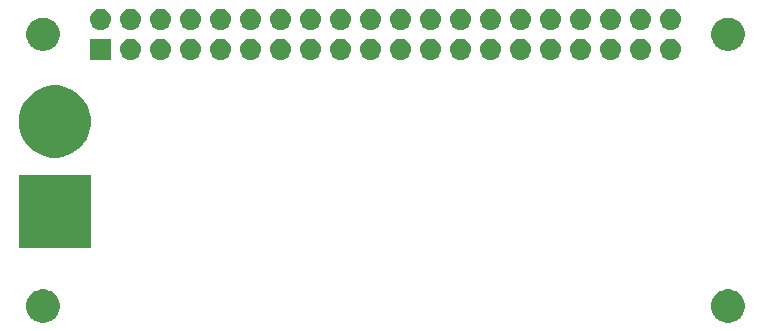
<source format=gbr>
G04 #@! TF.GenerationSoftware,KiCad,Pcbnew,5.1.4+dfsg1-1*
G04 #@! TF.CreationDate,2020-03-18T18:25:11-04:00*
G04 #@! TF.ProjectId,upipower-injector,75706970-6f77-4657-922d-696e6a656374,1.0*
G04 #@! TF.SameCoordinates,Original*
G04 #@! TF.FileFunction,Soldermask,Bot*
G04 #@! TF.FilePolarity,Negative*
%FSLAX46Y46*%
G04 Gerber Fmt 4.6, Leading zero omitted, Abs format (unit mm)*
G04 Created by KiCad (PCBNEW 5.1.4+dfsg1-1) date 2020-03-18 18:25:11*
%MOMM*%
%LPD*%
G04 APERTURE LIST*
%ADD10C,0.100000*%
G04 APERTURE END LIST*
D10*
G36*
X179350433Y-116202893D02*
G01*
X179440657Y-116220839D01*
X179546267Y-116264585D01*
X179695621Y-116326449D01*
X179695622Y-116326450D01*
X179925086Y-116479772D01*
X180120228Y-116674914D01*
X180222675Y-116828237D01*
X180273551Y-116904379D01*
X180379161Y-117159344D01*
X180433000Y-117430012D01*
X180433000Y-117705988D01*
X180379161Y-117976656D01*
X180273551Y-118231621D01*
X180273550Y-118231622D01*
X180120228Y-118461086D01*
X179925086Y-118656228D01*
X179771763Y-118758675D01*
X179695621Y-118809551D01*
X179546267Y-118871415D01*
X179440657Y-118915161D01*
X179350433Y-118933107D01*
X179169988Y-118969000D01*
X178894012Y-118969000D01*
X178713567Y-118933107D01*
X178623343Y-118915161D01*
X178517733Y-118871415D01*
X178368379Y-118809551D01*
X178292237Y-118758675D01*
X178138914Y-118656228D01*
X177943772Y-118461086D01*
X177790450Y-118231622D01*
X177790449Y-118231621D01*
X177684839Y-117976656D01*
X177631000Y-117705988D01*
X177631000Y-117430012D01*
X177684839Y-117159344D01*
X177790449Y-116904379D01*
X177841325Y-116828237D01*
X177943772Y-116674914D01*
X178138914Y-116479772D01*
X178368378Y-116326450D01*
X178368379Y-116326449D01*
X178517733Y-116264585D01*
X178623343Y-116220839D01*
X178713567Y-116202893D01*
X178894012Y-116167000D01*
X179169988Y-116167000D01*
X179350433Y-116202893D01*
X179350433Y-116202893D01*
G37*
G36*
X121350433Y-116202893D02*
G01*
X121440657Y-116220839D01*
X121546267Y-116264585D01*
X121695621Y-116326449D01*
X121695622Y-116326450D01*
X121925086Y-116479772D01*
X122120228Y-116674914D01*
X122222675Y-116828237D01*
X122273551Y-116904379D01*
X122379161Y-117159344D01*
X122433000Y-117430012D01*
X122433000Y-117705988D01*
X122379161Y-117976656D01*
X122273551Y-118231621D01*
X122273550Y-118231622D01*
X122120228Y-118461086D01*
X121925086Y-118656228D01*
X121771763Y-118758675D01*
X121695621Y-118809551D01*
X121546267Y-118871415D01*
X121440657Y-118915161D01*
X121350433Y-118933107D01*
X121169988Y-118969000D01*
X120894012Y-118969000D01*
X120713567Y-118933107D01*
X120623343Y-118915161D01*
X120517733Y-118871415D01*
X120368379Y-118809551D01*
X120292237Y-118758675D01*
X120138914Y-118656228D01*
X119943772Y-118461086D01*
X119790450Y-118231622D01*
X119790449Y-118231621D01*
X119684839Y-117976656D01*
X119631000Y-117705988D01*
X119631000Y-117430012D01*
X119684839Y-117159344D01*
X119790449Y-116904379D01*
X119841325Y-116828237D01*
X119943772Y-116674914D01*
X120138914Y-116479772D01*
X120368378Y-116326450D01*
X120368379Y-116326449D01*
X120517733Y-116264585D01*
X120623343Y-116220839D01*
X120713567Y-116202893D01*
X120894012Y-116167000D01*
X121169988Y-116167000D01*
X121350433Y-116202893D01*
X121350433Y-116202893D01*
G37*
G36*
X125082740Y-112618740D02*
G01*
X118981260Y-112618740D01*
X118981260Y-106517260D01*
X125082740Y-106517260D01*
X125082740Y-112618740D01*
X125082740Y-112618740D01*
G37*
G36*
X122627170Y-98955879D02*
G01*
X122921868Y-99014498D01*
X123477067Y-99244469D01*
X123762867Y-99435435D01*
X123976733Y-99578335D01*
X124401665Y-100003267D01*
X124544565Y-100217133D01*
X124735531Y-100502933D01*
X124965502Y-101058132D01*
X125082740Y-101647528D01*
X125082740Y-102248472D01*
X124965502Y-102837868D01*
X124735531Y-103393067D01*
X124544565Y-103678867D01*
X124401665Y-103892733D01*
X123976733Y-104317665D01*
X123762867Y-104460565D01*
X123477067Y-104651531D01*
X122921868Y-104881502D01*
X122627170Y-104940121D01*
X122332473Y-104998740D01*
X121731527Y-104998740D01*
X121436830Y-104940121D01*
X121142132Y-104881502D01*
X120586933Y-104651531D01*
X120301133Y-104460565D01*
X120087267Y-104317665D01*
X119662335Y-103892733D01*
X119519435Y-103678867D01*
X119328469Y-103393067D01*
X119098498Y-102837868D01*
X118981260Y-102248472D01*
X118981260Y-101647528D01*
X119098498Y-101058132D01*
X119328469Y-100502933D01*
X119519435Y-100217133D01*
X119662335Y-100003267D01*
X120087267Y-99578335D01*
X120301133Y-99435435D01*
X120586933Y-99244469D01*
X121142132Y-99014498D01*
X121436830Y-98955879D01*
X121731527Y-98897260D01*
X122332473Y-98897260D01*
X122627170Y-98955879D01*
X122627170Y-98955879D01*
G37*
G36*
X174272443Y-94943519D02*
G01*
X174338627Y-94950037D01*
X174508466Y-95001557D01*
X174664991Y-95085222D01*
X174700729Y-95114552D01*
X174802186Y-95197814D01*
X174885448Y-95299271D01*
X174914778Y-95335009D01*
X174998443Y-95491534D01*
X175049963Y-95661373D01*
X175067359Y-95838000D01*
X175049963Y-96014627D01*
X174998443Y-96184466D01*
X174914778Y-96340991D01*
X174885448Y-96376729D01*
X174802186Y-96478186D01*
X174700729Y-96561448D01*
X174664991Y-96590778D01*
X174508466Y-96674443D01*
X174338627Y-96725963D01*
X174272442Y-96732482D01*
X174206260Y-96739000D01*
X174117740Y-96739000D01*
X174051558Y-96732482D01*
X173985373Y-96725963D01*
X173815534Y-96674443D01*
X173659009Y-96590778D01*
X173623271Y-96561448D01*
X173521814Y-96478186D01*
X173438552Y-96376729D01*
X173409222Y-96340991D01*
X173325557Y-96184466D01*
X173274037Y-96014627D01*
X173256641Y-95838000D01*
X173274037Y-95661373D01*
X173325557Y-95491534D01*
X173409222Y-95335009D01*
X173438552Y-95299271D01*
X173521814Y-95197814D01*
X173623271Y-95114552D01*
X173659009Y-95085222D01*
X173815534Y-95001557D01*
X173985373Y-94950037D01*
X174051557Y-94943519D01*
X174117740Y-94937000D01*
X174206260Y-94937000D01*
X174272443Y-94943519D01*
X174272443Y-94943519D01*
G37*
G36*
X171732443Y-94943519D02*
G01*
X171798627Y-94950037D01*
X171968466Y-95001557D01*
X172124991Y-95085222D01*
X172160729Y-95114552D01*
X172262186Y-95197814D01*
X172345448Y-95299271D01*
X172374778Y-95335009D01*
X172458443Y-95491534D01*
X172509963Y-95661373D01*
X172527359Y-95838000D01*
X172509963Y-96014627D01*
X172458443Y-96184466D01*
X172374778Y-96340991D01*
X172345448Y-96376729D01*
X172262186Y-96478186D01*
X172160729Y-96561448D01*
X172124991Y-96590778D01*
X171968466Y-96674443D01*
X171798627Y-96725963D01*
X171732442Y-96732482D01*
X171666260Y-96739000D01*
X171577740Y-96739000D01*
X171511558Y-96732482D01*
X171445373Y-96725963D01*
X171275534Y-96674443D01*
X171119009Y-96590778D01*
X171083271Y-96561448D01*
X170981814Y-96478186D01*
X170898552Y-96376729D01*
X170869222Y-96340991D01*
X170785557Y-96184466D01*
X170734037Y-96014627D01*
X170716641Y-95838000D01*
X170734037Y-95661373D01*
X170785557Y-95491534D01*
X170869222Y-95335009D01*
X170898552Y-95299271D01*
X170981814Y-95197814D01*
X171083271Y-95114552D01*
X171119009Y-95085222D01*
X171275534Y-95001557D01*
X171445373Y-94950037D01*
X171511557Y-94943519D01*
X171577740Y-94937000D01*
X171666260Y-94937000D01*
X171732443Y-94943519D01*
X171732443Y-94943519D01*
G37*
G36*
X169192443Y-94943519D02*
G01*
X169258627Y-94950037D01*
X169428466Y-95001557D01*
X169584991Y-95085222D01*
X169620729Y-95114552D01*
X169722186Y-95197814D01*
X169805448Y-95299271D01*
X169834778Y-95335009D01*
X169918443Y-95491534D01*
X169969963Y-95661373D01*
X169987359Y-95838000D01*
X169969963Y-96014627D01*
X169918443Y-96184466D01*
X169834778Y-96340991D01*
X169805448Y-96376729D01*
X169722186Y-96478186D01*
X169620729Y-96561448D01*
X169584991Y-96590778D01*
X169428466Y-96674443D01*
X169258627Y-96725963D01*
X169192442Y-96732482D01*
X169126260Y-96739000D01*
X169037740Y-96739000D01*
X168971558Y-96732482D01*
X168905373Y-96725963D01*
X168735534Y-96674443D01*
X168579009Y-96590778D01*
X168543271Y-96561448D01*
X168441814Y-96478186D01*
X168358552Y-96376729D01*
X168329222Y-96340991D01*
X168245557Y-96184466D01*
X168194037Y-96014627D01*
X168176641Y-95838000D01*
X168194037Y-95661373D01*
X168245557Y-95491534D01*
X168329222Y-95335009D01*
X168358552Y-95299271D01*
X168441814Y-95197814D01*
X168543271Y-95114552D01*
X168579009Y-95085222D01*
X168735534Y-95001557D01*
X168905373Y-94950037D01*
X168971557Y-94943519D01*
X169037740Y-94937000D01*
X169126260Y-94937000D01*
X169192443Y-94943519D01*
X169192443Y-94943519D01*
G37*
G36*
X164112443Y-94943519D02*
G01*
X164178627Y-94950037D01*
X164348466Y-95001557D01*
X164504991Y-95085222D01*
X164540729Y-95114552D01*
X164642186Y-95197814D01*
X164725448Y-95299271D01*
X164754778Y-95335009D01*
X164838443Y-95491534D01*
X164889963Y-95661373D01*
X164907359Y-95838000D01*
X164889963Y-96014627D01*
X164838443Y-96184466D01*
X164754778Y-96340991D01*
X164725448Y-96376729D01*
X164642186Y-96478186D01*
X164540729Y-96561448D01*
X164504991Y-96590778D01*
X164348466Y-96674443D01*
X164178627Y-96725963D01*
X164112442Y-96732482D01*
X164046260Y-96739000D01*
X163957740Y-96739000D01*
X163891558Y-96732482D01*
X163825373Y-96725963D01*
X163655534Y-96674443D01*
X163499009Y-96590778D01*
X163463271Y-96561448D01*
X163361814Y-96478186D01*
X163278552Y-96376729D01*
X163249222Y-96340991D01*
X163165557Y-96184466D01*
X163114037Y-96014627D01*
X163096641Y-95838000D01*
X163114037Y-95661373D01*
X163165557Y-95491534D01*
X163249222Y-95335009D01*
X163278552Y-95299271D01*
X163361814Y-95197814D01*
X163463271Y-95114552D01*
X163499009Y-95085222D01*
X163655534Y-95001557D01*
X163825373Y-94950037D01*
X163891557Y-94943519D01*
X163957740Y-94937000D01*
X164046260Y-94937000D01*
X164112443Y-94943519D01*
X164112443Y-94943519D01*
G37*
G36*
X161572443Y-94943519D02*
G01*
X161638627Y-94950037D01*
X161808466Y-95001557D01*
X161964991Y-95085222D01*
X162000729Y-95114552D01*
X162102186Y-95197814D01*
X162185448Y-95299271D01*
X162214778Y-95335009D01*
X162298443Y-95491534D01*
X162349963Y-95661373D01*
X162367359Y-95838000D01*
X162349963Y-96014627D01*
X162298443Y-96184466D01*
X162214778Y-96340991D01*
X162185448Y-96376729D01*
X162102186Y-96478186D01*
X162000729Y-96561448D01*
X161964991Y-96590778D01*
X161808466Y-96674443D01*
X161638627Y-96725963D01*
X161572442Y-96732482D01*
X161506260Y-96739000D01*
X161417740Y-96739000D01*
X161351558Y-96732482D01*
X161285373Y-96725963D01*
X161115534Y-96674443D01*
X160959009Y-96590778D01*
X160923271Y-96561448D01*
X160821814Y-96478186D01*
X160738552Y-96376729D01*
X160709222Y-96340991D01*
X160625557Y-96184466D01*
X160574037Y-96014627D01*
X160556641Y-95838000D01*
X160574037Y-95661373D01*
X160625557Y-95491534D01*
X160709222Y-95335009D01*
X160738552Y-95299271D01*
X160821814Y-95197814D01*
X160923271Y-95114552D01*
X160959009Y-95085222D01*
X161115534Y-95001557D01*
X161285373Y-94950037D01*
X161351557Y-94943519D01*
X161417740Y-94937000D01*
X161506260Y-94937000D01*
X161572443Y-94943519D01*
X161572443Y-94943519D01*
G37*
G36*
X159032443Y-94943519D02*
G01*
X159098627Y-94950037D01*
X159268466Y-95001557D01*
X159424991Y-95085222D01*
X159460729Y-95114552D01*
X159562186Y-95197814D01*
X159645448Y-95299271D01*
X159674778Y-95335009D01*
X159758443Y-95491534D01*
X159809963Y-95661373D01*
X159827359Y-95838000D01*
X159809963Y-96014627D01*
X159758443Y-96184466D01*
X159674778Y-96340991D01*
X159645448Y-96376729D01*
X159562186Y-96478186D01*
X159460729Y-96561448D01*
X159424991Y-96590778D01*
X159268466Y-96674443D01*
X159098627Y-96725963D01*
X159032442Y-96732482D01*
X158966260Y-96739000D01*
X158877740Y-96739000D01*
X158811558Y-96732482D01*
X158745373Y-96725963D01*
X158575534Y-96674443D01*
X158419009Y-96590778D01*
X158383271Y-96561448D01*
X158281814Y-96478186D01*
X158198552Y-96376729D01*
X158169222Y-96340991D01*
X158085557Y-96184466D01*
X158034037Y-96014627D01*
X158016641Y-95838000D01*
X158034037Y-95661373D01*
X158085557Y-95491534D01*
X158169222Y-95335009D01*
X158198552Y-95299271D01*
X158281814Y-95197814D01*
X158383271Y-95114552D01*
X158419009Y-95085222D01*
X158575534Y-95001557D01*
X158745373Y-94950037D01*
X158811557Y-94943519D01*
X158877740Y-94937000D01*
X158966260Y-94937000D01*
X159032443Y-94943519D01*
X159032443Y-94943519D01*
G37*
G36*
X156492443Y-94943519D02*
G01*
X156558627Y-94950037D01*
X156728466Y-95001557D01*
X156884991Y-95085222D01*
X156920729Y-95114552D01*
X157022186Y-95197814D01*
X157105448Y-95299271D01*
X157134778Y-95335009D01*
X157218443Y-95491534D01*
X157269963Y-95661373D01*
X157287359Y-95838000D01*
X157269963Y-96014627D01*
X157218443Y-96184466D01*
X157134778Y-96340991D01*
X157105448Y-96376729D01*
X157022186Y-96478186D01*
X156920729Y-96561448D01*
X156884991Y-96590778D01*
X156728466Y-96674443D01*
X156558627Y-96725963D01*
X156492442Y-96732482D01*
X156426260Y-96739000D01*
X156337740Y-96739000D01*
X156271558Y-96732482D01*
X156205373Y-96725963D01*
X156035534Y-96674443D01*
X155879009Y-96590778D01*
X155843271Y-96561448D01*
X155741814Y-96478186D01*
X155658552Y-96376729D01*
X155629222Y-96340991D01*
X155545557Y-96184466D01*
X155494037Y-96014627D01*
X155476641Y-95838000D01*
X155494037Y-95661373D01*
X155545557Y-95491534D01*
X155629222Y-95335009D01*
X155658552Y-95299271D01*
X155741814Y-95197814D01*
X155843271Y-95114552D01*
X155879009Y-95085222D01*
X156035534Y-95001557D01*
X156205373Y-94950037D01*
X156271557Y-94943519D01*
X156337740Y-94937000D01*
X156426260Y-94937000D01*
X156492443Y-94943519D01*
X156492443Y-94943519D01*
G37*
G36*
X153952443Y-94943519D02*
G01*
X154018627Y-94950037D01*
X154188466Y-95001557D01*
X154344991Y-95085222D01*
X154380729Y-95114552D01*
X154482186Y-95197814D01*
X154565448Y-95299271D01*
X154594778Y-95335009D01*
X154678443Y-95491534D01*
X154729963Y-95661373D01*
X154747359Y-95838000D01*
X154729963Y-96014627D01*
X154678443Y-96184466D01*
X154594778Y-96340991D01*
X154565448Y-96376729D01*
X154482186Y-96478186D01*
X154380729Y-96561448D01*
X154344991Y-96590778D01*
X154188466Y-96674443D01*
X154018627Y-96725963D01*
X153952442Y-96732482D01*
X153886260Y-96739000D01*
X153797740Y-96739000D01*
X153731558Y-96732482D01*
X153665373Y-96725963D01*
X153495534Y-96674443D01*
X153339009Y-96590778D01*
X153303271Y-96561448D01*
X153201814Y-96478186D01*
X153118552Y-96376729D01*
X153089222Y-96340991D01*
X153005557Y-96184466D01*
X152954037Y-96014627D01*
X152936641Y-95838000D01*
X152954037Y-95661373D01*
X153005557Y-95491534D01*
X153089222Y-95335009D01*
X153118552Y-95299271D01*
X153201814Y-95197814D01*
X153303271Y-95114552D01*
X153339009Y-95085222D01*
X153495534Y-95001557D01*
X153665373Y-94950037D01*
X153731557Y-94943519D01*
X153797740Y-94937000D01*
X153886260Y-94937000D01*
X153952443Y-94943519D01*
X153952443Y-94943519D01*
G37*
G36*
X166652443Y-94943519D02*
G01*
X166718627Y-94950037D01*
X166888466Y-95001557D01*
X167044991Y-95085222D01*
X167080729Y-95114552D01*
X167182186Y-95197814D01*
X167265448Y-95299271D01*
X167294778Y-95335009D01*
X167378443Y-95491534D01*
X167429963Y-95661373D01*
X167447359Y-95838000D01*
X167429963Y-96014627D01*
X167378443Y-96184466D01*
X167294778Y-96340991D01*
X167265448Y-96376729D01*
X167182186Y-96478186D01*
X167080729Y-96561448D01*
X167044991Y-96590778D01*
X166888466Y-96674443D01*
X166718627Y-96725963D01*
X166652442Y-96732482D01*
X166586260Y-96739000D01*
X166497740Y-96739000D01*
X166431558Y-96732482D01*
X166365373Y-96725963D01*
X166195534Y-96674443D01*
X166039009Y-96590778D01*
X166003271Y-96561448D01*
X165901814Y-96478186D01*
X165818552Y-96376729D01*
X165789222Y-96340991D01*
X165705557Y-96184466D01*
X165654037Y-96014627D01*
X165636641Y-95838000D01*
X165654037Y-95661373D01*
X165705557Y-95491534D01*
X165789222Y-95335009D01*
X165818552Y-95299271D01*
X165901814Y-95197814D01*
X166003271Y-95114552D01*
X166039009Y-95085222D01*
X166195534Y-95001557D01*
X166365373Y-94950037D01*
X166431557Y-94943519D01*
X166497740Y-94937000D01*
X166586260Y-94937000D01*
X166652443Y-94943519D01*
X166652443Y-94943519D01*
G37*
G36*
X148872443Y-94943519D02*
G01*
X148938627Y-94950037D01*
X149108466Y-95001557D01*
X149264991Y-95085222D01*
X149300729Y-95114552D01*
X149402186Y-95197814D01*
X149485448Y-95299271D01*
X149514778Y-95335009D01*
X149598443Y-95491534D01*
X149649963Y-95661373D01*
X149667359Y-95838000D01*
X149649963Y-96014627D01*
X149598443Y-96184466D01*
X149514778Y-96340991D01*
X149485448Y-96376729D01*
X149402186Y-96478186D01*
X149300729Y-96561448D01*
X149264991Y-96590778D01*
X149108466Y-96674443D01*
X148938627Y-96725963D01*
X148872442Y-96732482D01*
X148806260Y-96739000D01*
X148717740Y-96739000D01*
X148651558Y-96732482D01*
X148585373Y-96725963D01*
X148415534Y-96674443D01*
X148259009Y-96590778D01*
X148223271Y-96561448D01*
X148121814Y-96478186D01*
X148038552Y-96376729D01*
X148009222Y-96340991D01*
X147925557Y-96184466D01*
X147874037Y-96014627D01*
X147856641Y-95838000D01*
X147874037Y-95661373D01*
X147925557Y-95491534D01*
X148009222Y-95335009D01*
X148038552Y-95299271D01*
X148121814Y-95197814D01*
X148223271Y-95114552D01*
X148259009Y-95085222D01*
X148415534Y-95001557D01*
X148585373Y-94950037D01*
X148651557Y-94943519D01*
X148717740Y-94937000D01*
X148806260Y-94937000D01*
X148872443Y-94943519D01*
X148872443Y-94943519D01*
G37*
G36*
X143792443Y-94943519D02*
G01*
X143858627Y-94950037D01*
X144028466Y-95001557D01*
X144184991Y-95085222D01*
X144220729Y-95114552D01*
X144322186Y-95197814D01*
X144405448Y-95299271D01*
X144434778Y-95335009D01*
X144518443Y-95491534D01*
X144569963Y-95661373D01*
X144587359Y-95838000D01*
X144569963Y-96014627D01*
X144518443Y-96184466D01*
X144434778Y-96340991D01*
X144405448Y-96376729D01*
X144322186Y-96478186D01*
X144220729Y-96561448D01*
X144184991Y-96590778D01*
X144028466Y-96674443D01*
X143858627Y-96725963D01*
X143792442Y-96732482D01*
X143726260Y-96739000D01*
X143637740Y-96739000D01*
X143571558Y-96732482D01*
X143505373Y-96725963D01*
X143335534Y-96674443D01*
X143179009Y-96590778D01*
X143143271Y-96561448D01*
X143041814Y-96478186D01*
X142958552Y-96376729D01*
X142929222Y-96340991D01*
X142845557Y-96184466D01*
X142794037Y-96014627D01*
X142776641Y-95838000D01*
X142794037Y-95661373D01*
X142845557Y-95491534D01*
X142929222Y-95335009D01*
X142958552Y-95299271D01*
X143041814Y-95197814D01*
X143143271Y-95114552D01*
X143179009Y-95085222D01*
X143335534Y-95001557D01*
X143505373Y-94950037D01*
X143571557Y-94943519D01*
X143637740Y-94937000D01*
X143726260Y-94937000D01*
X143792443Y-94943519D01*
X143792443Y-94943519D01*
G37*
G36*
X141252443Y-94943519D02*
G01*
X141318627Y-94950037D01*
X141488466Y-95001557D01*
X141644991Y-95085222D01*
X141680729Y-95114552D01*
X141782186Y-95197814D01*
X141865448Y-95299271D01*
X141894778Y-95335009D01*
X141978443Y-95491534D01*
X142029963Y-95661373D01*
X142047359Y-95838000D01*
X142029963Y-96014627D01*
X141978443Y-96184466D01*
X141894778Y-96340991D01*
X141865448Y-96376729D01*
X141782186Y-96478186D01*
X141680729Y-96561448D01*
X141644991Y-96590778D01*
X141488466Y-96674443D01*
X141318627Y-96725963D01*
X141252442Y-96732482D01*
X141186260Y-96739000D01*
X141097740Y-96739000D01*
X141031558Y-96732482D01*
X140965373Y-96725963D01*
X140795534Y-96674443D01*
X140639009Y-96590778D01*
X140603271Y-96561448D01*
X140501814Y-96478186D01*
X140418552Y-96376729D01*
X140389222Y-96340991D01*
X140305557Y-96184466D01*
X140254037Y-96014627D01*
X140236641Y-95838000D01*
X140254037Y-95661373D01*
X140305557Y-95491534D01*
X140389222Y-95335009D01*
X140418552Y-95299271D01*
X140501814Y-95197814D01*
X140603271Y-95114552D01*
X140639009Y-95085222D01*
X140795534Y-95001557D01*
X140965373Y-94950037D01*
X141031557Y-94943519D01*
X141097740Y-94937000D01*
X141186260Y-94937000D01*
X141252443Y-94943519D01*
X141252443Y-94943519D01*
G37*
G36*
X138712443Y-94943519D02*
G01*
X138778627Y-94950037D01*
X138948466Y-95001557D01*
X139104991Y-95085222D01*
X139140729Y-95114552D01*
X139242186Y-95197814D01*
X139325448Y-95299271D01*
X139354778Y-95335009D01*
X139438443Y-95491534D01*
X139489963Y-95661373D01*
X139507359Y-95838000D01*
X139489963Y-96014627D01*
X139438443Y-96184466D01*
X139354778Y-96340991D01*
X139325448Y-96376729D01*
X139242186Y-96478186D01*
X139140729Y-96561448D01*
X139104991Y-96590778D01*
X138948466Y-96674443D01*
X138778627Y-96725963D01*
X138712442Y-96732482D01*
X138646260Y-96739000D01*
X138557740Y-96739000D01*
X138491558Y-96732482D01*
X138425373Y-96725963D01*
X138255534Y-96674443D01*
X138099009Y-96590778D01*
X138063271Y-96561448D01*
X137961814Y-96478186D01*
X137878552Y-96376729D01*
X137849222Y-96340991D01*
X137765557Y-96184466D01*
X137714037Y-96014627D01*
X137696641Y-95838000D01*
X137714037Y-95661373D01*
X137765557Y-95491534D01*
X137849222Y-95335009D01*
X137878552Y-95299271D01*
X137961814Y-95197814D01*
X138063271Y-95114552D01*
X138099009Y-95085222D01*
X138255534Y-95001557D01*
X138425373Y-94950037D01*
X138491557Y-94943519D01*
X138557740Y-94937000D01*
X138646260Y-94937000D01*
X138712443Y-94943519D01*
X138712443Y-94943519D01*
G37*
G36*
X136172443Y-94943519D02*
G01*
X136238627Y-94950037D01*
X136408466Y-95001557D01*
X136564991Y-95085222D01*
X136600729Y-95114552D01*
X136702186Y-95197814D01*
X136785448Y-95299271D01*
X136814778Y-95335009D01*
X136898443Y-95491534D01*
X136949963Y-95661373D01*
X136967359Y-95838000D01*
X136949963Y-96014627D01*
X136898443Y-96184466D01*
X136814778Y-96340991D01*
X136785448Y-96376729D01*
X136702186Y-96478186D01*
X136600729Y-96561448D01*
X136564991Y-96590778D01*
X136408466Y-96674443D01*
X136238627Y-96725963D01*
X136172442Y-96732482D01*
X136106260Y-96739000D01*
X136017740Y-96739000D01*
X135951558Y-96732482D01*
X135885373Y-96725963D01*
X135715534Y-96674443D01*
X135559009Y-96590778D01*
X135523271Y-96561448D01*
X135421814Y-96478186D01*
X135338552Y-96376729D01*
X135309222Y-96340991D01*
X135225557Y-96184466D01*
X135174037Y-96014627D01*
X135156641Y-95838000D01*
X135174037Y-95661373D01*
X135225557Y-95491534D01*
X135309222Y-95335009D01*
X135338552Y-95299271D01*
X135421814Y-95197814D01*
X135523271Y-95114552D01*
X135559009Y-95085222D01*
X135715534Y-95001557D01*
X135885373Y-94950037D01*
X135951557Y-94943519D01*
X136017740Y-94937000D01*
X136106260Y-94937000D01*
X136172443Y-94943519D01*
X136172443Y-94943519D01*
G37*
G36*
X133632443Y-94943519D02*
G01*
X133698627Y-94950037D01*
X133868466Y-95001557D01*
X134024991Y-95085222D01*
X134060729Y-95114552D01*
X134162186Y-95197814D01*
X134245448Y-95299271D01*
X134274778Y-95335009D01*
X134358443Y-95491534D01*
X134409963Y-95661373D01*
X134427359Y-95838000D01*
X134409963Y-96014627D01*
X134358443Y-96184466D01*
X134274778Y-96340991D01*
X134245448Y-96376729D01*
X134162186Y-96478186D01*
X134060729Y-96561448D01*
X134024991Y-96590778D01*
X133868466Y-96674443D01*
X133698627Y-96725963D01*
X133632442Y-96732482D01*
X133566260Y-96739000D01*
X133477740Y-96739000D01*
X133411558Y-96732482D01*
X133345373Y-96725963D01*
X133175534Y-96674443D01*
X133019009Y-96590778D01*
X132983271Y-96561448D01*
X132881814Y-96478186D01*
X132798552Y-96376729D01*
X132769222Y-96340991D01*
X132685557Y-96184466D01*
X132634037Y-96014627D01*
X132616641Y-95838000D01*
X132634037Y-95661373D01*
X132685557Y-95491534D01*
X132769222Y-95335009D01*
X132798552Y-95299271D01*
X132881814Y-95197814D01*
X132983271Y-95114552D01*
X133019009Y-95085222D01*
X133175534Y-95001557D01*
X133345373Y-94950037D01*
X133411557Y-94943519D01*
X133477740Y-94937000D01*
X133566260Y-94937000D01*
X133632443Y-94943519D01*
X133632443Y-94943519D01*
G37*
G36*
X131092443Y-94943519D02*
G01*
X131158627Y-94950037D01*
X131328466Y-95001557D01*
X131484991Y-95085222D01*
X131520729Y-95114552D01*
X131622186Y-95197814D01*
X131705448Y-95299271D01*
X131734778Y-95335009D01*
X131818443Y-95491534D01*
X131869963Y-95661373D01*
X131887359Y-95838000D01*
X131869963Y-96014627D01*
X131818443Y-96184466D01*
X131734778Y-96340991D01*
X131705448Y-96376729D01*
X131622186Y-96478186D01*
X131520729Y-96561448D01*
X131484991Y-96590778D01*
X131328466Y-96674443D01*
X131158627Y-96725963D01*
X131092442Y-96732482D01*
X131026260Y-96739000D01*
X130937740Y-96739000D01*
X130871558Y-96732482D01*
X130805373Y-96725963D01*
X130635534Y-96674443D01*
X130479009Y-96590778D01*
X130443271Y-96561448D01*
X130341814Y-96478186D01*
X130258552Y-96376729D01*
X130229222Y-96340991D01*
X130145557Y-96184466D01*
X130094037Y-96014627D01*
X130076641Y-95838000D01*
X130094037Y-95661373D01*
X130145557Y-95491534D01*
X130229222Y-95335009D01*
X130258552Y-95299271D01*
X130341814Y-95197814D01*
X130443271Y-95114552D01*
X130479009Y-95085222D01*
X130635534Y-95001557D01*
X130805373Y-94950037D01*
X130871557Y-94943519D01*
X130937740Y-94937000D01*
X131026260Y-94937000D01*
X131092443Y-94943519D01*
X131092443Y-94943519D01*
G37*
G36*
X128552443Y-94943519D02*
G01*
X128618627Y-94950037D01*
X128788466Y-95001557D01*
X128944991Y-95085222D01*
X128980729Y-95114552D01*
X129082186Y-95197814D01*
X129165448Y-95299271D01*
X129194778Y-95335009D01*
X129278443Y-95491534D01*
X129329963Y-95661373D01*
X129347359Y-95838000D01*
X129329963Y-96014627D01*
X129278443Y-96184466D01*
X129194778Y-96340991D01*
X129165448Y-96376729D01*
X129082186Y-96478186D01*
X128980729Y-96561448D01*
X128944991Y-96590778D01*
X128788466Y-96674443D01*
X128618627Y-96725963D01*
X128552442Y-96732482D01*
X128486260Y-96739000D01*
X128397740Y-96739000D01*
X128331558Y-96732482D01*
X128265373Y-96725963D01*
X128095534Y-96674443D01*
X127939009Y-96590778D01*
X127903271Y-96561448D01*
X127801814Y-96478186D01*
X127718552Y-96376729D01*
X127689222Y-96340991D01*
X127605557Y-96184466D01*
X127554037Y-96014627D01*
X127536641Y-95838000D01*
X127554037Y-95661373D01*
X127605557Y-95491534D01*
X127689222Y-95335009D01*
X127718552Y-95299271D01*
X127801814Y-95197814D01*
X127903271Y-95114552D01*
X127939009Y-95085222D01*
X128095534Y-95001557D01*
X128265373Y-94950037D01*
X128331557Y-94943519D01*
X128397740Y-94937000D01*
X128486260Y-94937000D01*
X128552443Y-94943519D01*
X128552443Y-94943519D01*
G37*
G36*
X126803000Y-96739000D02*
G01*
X125001000Y-96739000D01*
X125001000Y-94937000D01*
X126803000Y-94937000D01*
X126803000Y-96739000D01*
X126803000Y-96739000D01*
G37*
G36*
X151412443Y-94943519D02*
G01*
X151478627Y-94950037D01*
X151648466Y-95001557D01*
X151804991Y-95085222D01*
X151840729Y-95114552D01*
X151942186Y-95197814D01*
X152025448Y-95299271D01*
X152054778Y-95335009D01*
X152138443Y-95491534D01*
X152189963Y-95661373D01*
X152207359Y-95838000D01*
X152189963Y-96014627D01*
X152138443Y-96184466D01*
X152054778Y-96340991D01*
X152025448Y-96376729D01*
X151942186Y-96478186D01*
X151840729Y-96561448D01*
X151804991Y-96590778D01*
X151648466Y-96674443D01*
X151478627Y-96725963D01*
X151412442Y-96732482D01*
X151346260Y-96739000D01*
X151257740Y-96739000D01*
X151191558Y-96732482D01*
X151125373Y-96725963D01*
X150955534Y-96674443D01*
X150799009Y-96590778D01*
X150763271Y-96561448D01*
X150661814Y-96478186D01*
X150578552Y-96376729D01*
X150549222Y-96340991D01*
X150465557Y-96184466D01*
X150414037Y-96014627D01*
X150396641Y-95838000D01*
X150414037Y-95661373D01*
X150465557Y-95491534D01*
X150549222Y-95335009D01*
X150578552Y-95299271D01*
X150661814Y-95197814D01*
X150763271Y-95114552D01*
X150799009Y-95085222D01*
X150955534Y-95001557D01*
X151125373Y-94950037D01*
X151191557Y-94943519D01*
X151257740Y-94937000D01*
X151346260Y-94937000D01*
X151412443Y-94943519D01*
X151412443Y-94943519D01*
G37*
G36*
X146332443Y-94943519D02*
G01*
X146398627Y-94950037D01*
X146568466Y-95001557D01*
X146724991Y-95085222D01*
X146760729Y-95114552D01*
X146862186Y-95197814D01*
X146945448Y-95299271D01*
X146974778Y-95335009D01*
X147058443Y-95491534D01*
X147109963Y-95661373D01*
X147127359Y-95838000D01*
X147109963Y-96014627D01*
X147058443Y-96184466D01*
X146974778Y-96340991D01*
X146945448Y-96376729D01*
X146862186Y-96478186D01*
X146760729Y-96561448D01*
X146724991Y-96590778D01*
X146568466Y-96674443D01*
X146398627Y-96725963D01*
X146332442Y-96732482D01*
X146266260Y-96739000D01*
X146177740Y-96739000D01*
X146111558Y-96732482D01*
X146045373Y-96725963D01*
X145875534Y-96674443D01*
X145719009Y-96590778D01*
X145683271Y-96561448D01*
X145581814Y-96478186D01*
X145498552Y-96376729D01*
X145469222Y-96340991D01*
X145385557Y-96184466D01*
X145334037Y-96014627D01*
X145316641Y-95838000D01*
X145334037Y-95661373D01*
X145385557Y-95491534D01*
X145469222Y-95335009D01*
X145498552Y-95299271D01*
X145581814Y-95197814D01*
X145683271Y-95114552D01*
X145719009Y-95085222D01*
X145875534Y-95001557D01*
X146045373Y-94950037D01*
X146111557Y-94943519D01*
X146177740Y-94937000D01*
X146266260Y-94937000D01*
X146332443Y-94943519D01*
X146332443Y-94943519D01*
G37*
G36*
X121350433Y-93202893D02*
G01*
X121440657Y-93220839D01*
X121546267Y-93264585D01*
X121695621Y-93326449D01*
X121695622Y-93326450D01*
X121925086Y-93479772D01*
X122120228Y-93674914D01*
X122204468Y-93800989D01*
X122273551Y-93904379D01*
X122287554Y-93938186D01*
X122379161Y-94159343D01*
X122433000Y-94430014D01*
X122433000Y-94705986D01*
X122379161Y-94976657D01*
X122335415Y-95082267D01*
X122273551Y-95231621D01*
X122273550Y-95231622D01*
X122120228Y-95461086D01*
X121925086Y-95656228D01*
X121771763Y-95758675D01*
X121695621Y-95809551D01*
X121546267Y-95871415D01*
X121440657Y-95915161D01*
X121350433Y-95933107D01*
X121169988Y-95969000D01*
X120894012Y-95969000D01*
X120713567Y-95933107D01*
X120623343Y-95915161D01*
X120517733Y-95871415D01*
X120368379Y-95809551D01*
X120292237Y-95758675D01*
X120138914Y-95656228D01*
X119943772Y-95461086D01*
X119790450Y-95231622D01*
X119790449Y-95231621D01*
X119728585Y-95082267D01*
X119684839Y-94976657D01*
X119631000Y-94705986D01*
X119631000Y-94430014D01*
X119684839Y-94159343D01*
X119776446Y-93938186D01*
X119790449Y-93904379D01*
X119859532Y-93800989D01*
X119943772Y-93674914D01*
X120138914Y-93479772D01*
X120368378Y-93326450D01*
X120368379Y-93326449D01*
X120517733Y-93264585D01*
X120623343Y-93220839D01*
X120713567Y-93202893D01*
X120894012Y-93167000D01*
X121169988Y-93167000D01*
X121350433Y-93202893D01*
X121350433Y-93202893D01*
G37*
G36*
X179350433Y-93202893D02*
G01*
X179440657Y-93220839D01*
X179546267Y-93264585D01*
X179695621Y-93326449D01*
X179695622Y-93326450D01*
X179925086Y-93479772D01*
X180120228Y-93674914D01*
X180204468Y-93800989D01*
X180273551Y-93904379D01*
X180287554Y-93938186D01*
X180379161Y-94159343D01*
X180433000Y-94430014D01*
X180433000Y-94705986D01*
X180379161Y-94976657D01*
X180335415Y-95082267D01*
X180273551Y-95231621D01*
X180273550Y-95231622D01*
X180120228Y-95461086D01*
X179925086Y-95656228D01*
X179771763Y-95758675D01*
X179695621Y-95809551D01*
X179546267Y-95871415D01*
X179440657Y-95915161D01*
X179350433Y-95933107D01*
X179169988Y-95969000D01*
X178894012Y-95969000D01*
X178713567Y-95933107D01*
X178623343Y-95915161D01*
X178517733Y-95871415D01*
X178368379Y-95809551D01*
X178292237Y-95758675D01*
X178138914Y-95656228D01*
X177943772Y-95461086D01*
X177790450Y-95231622D01*
X177790449Y-95231621D01*
X177728585Y-95082267D01*
X177684839Y-94976657D01*
X177631000Y-94705986D01*
X177631000Y-94430014D01*
X177684839Y-94159343D01*
X177776446Y-93938186D01*
X177790449Y-93904379D01*
X177859532Y-93800989D01*
X177943772Y-93674914D01*
X178138914Y-93479772D01*
X178368378Y-93326450D01*
X178368379Y-93326449D01*
X178517733Y-93264585D01*
X178623343Y-93220839D01*
X178713567Y-93202893D01*
X178894012Y-93167000D01*
X179169988Y-93167000D01*
X179350433Y-93202893D01*
X179350433Y-93202893D01*
G37*
G36*
X128552443Y-92403519D02*
G01*
X128618627Y-92410037D01*
X128788466Y-92461557D01*
X128944991Y-92545222D01*
X128980729Y-92574552D01*
X129082186Y-92657814D01*
X129165448Y-92759271D01*
X129194778Y-92795009D01*
X129278443Y-92951534D01*
X129329963Y-93121373D01*
X129347359Y-93298000D01*
X129329963Y-93474627D01*
X129278443Y-93644466D01*
X129194778Y-93800991D01*
X129165448Y-93836729D01*
X129082186Y-93938186D01*
X128980729Y-94021448D01*
X128944991Y-94050778D01*
X128788466Y-94134443D01*
X128618627Y-94185963D01*
X128552443Y-94192481D01*
X128486260Y-94199000D01*
X128397740Y-94199000D01*
X128331557Y-94192481D01*
X128265373Y-94185963D01*
X128095534Y-94134443D01*
X127939009Y-94050778D01*
X127903271Y-94021448D01*
X127801814Y-93938186D01*
X127718552Y-93836729D01*
X127689222Y-93800991D01*
X127605557Y-93644466D01*
X127554037Y-93474627D01*
X127536641Y-93298000D01*
X127554037Y-93121373D01*
X127605557Y-92951534D01*
X127689222Y-92795009D01*
X127718552Y-92759271D01*
X127801814Y-92657814D01*
X127903271Y-92574552D01*
X127939009Y-92545222D01*
X128095534Y-92461557D01*
X128265373Y-92410037D01*
X128331557Y-92403519D01*
X128397740Y-92397000D01*
X128486260Y-92397000D01*
X128552443Y-92403519D01*
X128552443Y-92403519D01*
G37*
G36*
X131092443Y-92403519D02*
G01*
X131158627Y-92410037D01*
X131328466Y-92461557D01*
X131484991Y-92545222D01*
X131520729Y-92574552D01*
X131622186Y-92657814D01*
X131705448Y-92759271D01*
X131734778Y-92795009D01*
X131818443Y-92951534D01*
X131869963Y-93121373D01*
X131887359Y-93298000D01*
X131869963Y-93474627D01*
X131818443Y-93644466D01*
X131734778Y-93800991D01*
X131705448Y-93836729D01*
X131622186Y-93938186D01*
X131520729Y-94021448D01*
X131484991Y-94050778D01*
X131328466Y-94134443D01*
X131158627Y-94185963D01*
X131092443Y-94192481D01*
X131026260Y-94199000D01*
X130937740Y-94199000D01*
X130871557Y-94192481D01*
X130805373Y-94185963D01*
X130635534Y-94134443D01*
X130479009Y-94050778D01*
X130443271Y-94021448D01*
X130341814Y-93938186D01*
X130258552Y-93836729D01*
X130229222Y-93800991D01*
X130145557Y-93644466D01*
X130094037Y-93474627D01*
X130076641Y-93298000D01*
X130094037Y-93121373D01*
X130145557Y-92951534D01*
X130229222Y-92795009D01*
X130258552Y-92759271D01*
X130341814Y-92657814D01*
X130443271Y-92574552D01*
X130479009Y-92545222D01*
X130635534Y-92461557D01*
X130805373Y-92410037D01*
X130871557Y-92403519D01*
X130937740Y-92397000D01*
X131026260Y-92397000D01*
X131092443Y-92403519D01*
X131092443Y-92403519D01*
G37*
G36*
X133632443Y-92403519D02*
G01*
X133698627Y-92410037D01*
X133868466Y-92461557D01*
X134024991Y-92545222D01*
X134060729Y-92574552D01*
X134162186Y-92657814D01*
X134245448Y-92759271D01*
X134274778Y-92795009D01*
X134358443Y-92951534D01*
X134409963Y-93121373D01*
X134427359Y-93298000D01*
X134409963Y-93474627D01*
X134358443Y-93644466D01*
X134274778Y-93800991D01*
X134245448Y-93836729D01*
X134162186Y-93938186D01*
X134060729Y-94021448D01*
X134024991Y-94050778D01*
X133868466Y-94134443D01*
X133698627Y-94185963D01*
X133632443Y-94192481D01*
X133566260Y-94199000D01*
X133477740Y-94199000D01*
X133411557Y-94192481D01*
X133345373Y-94185963D01*
X133175534Y-94134443D01*
X133019009Y-94050778D01*
X132983271Y-94021448D01*
X132881814Y-93938186D01*
X132798552Y-93836729D01*
X132769222Y-93800991D01*
X132685557Y-93644466D01*
X132634037Y-93474627D01*
X132616641Y-93298000D01*
X132634037Y-93121373D01*
X132685557Y-92951534D01*
X132769222Y-92795009D01*
X132798552Y-92759271D01*
X132881814Y-92657814D01*
X132983271Y-92574552D01*
X133019009Y-92545222D01*
X133175534Y-92461557D01*
X133345373Y-92410037D01*
X133411557Y-92403519D01*
X133477740Y-92397000D01*
X133566260Y-92397000D01*
X133632443Y-92403519D01*
X133632443Y-92403519D01*
G37*
G36*
X136172443Y-92403519D02*
G01*
X136238627Y-92410037D01*
X136408466Y-92461557D01*
X136564991Y-92545222D01*
X136600729Y-92574552D01*
X136702186Y-92657814D01*
X136785448Y-92759271D01*
X136814778Y-92795009D01*
X136898443Y-92951534D01*
X136949963Y-93121373D01*
X136967359Y-93298000D01*
X136949963Y-93474627D01*
X136898443Y-93644466D01*
X136814778Y-93800991D01*
X136785448Y-93836729D01*
X136702186Y-93938186D01*
X136600729Y-94021448D01*
X136564991Y-94050778D01*
X136408466Y-94134443D01*
X136238627Y-94185963D01*
X136172443Y-94192481D01*
X136106260Y-94199000D01*
X136017740Y-94199000D01*
X135951557Y-94192481D01*
X135885373Y-94185963D01*
X135715534Y-94134443D01*
X135559009Y-94050778D01*
X135523271Y-94021448D01*
X135421814Y-93938186D01*
X135338552Y-93836729D01*
X135309222Y-93800991D01*
X135225557Y-93644466D01*
X135174037Y-93474627D01*
X135156641Y-93298000D01*
X135174037Y-93121373D01*
X135225557Y-92951534D01*
X135309222Y-92795009D01*
X135338552Y-92759271D01*
X135421814Y-92657814D01*
X135523271Y-92574552D01*
X135559009Y-92545222D01*
X135715534Y-92461557D01*
X135885373Y-92410037D01*
X135951558Y-92403518D01*
X136017740Y-92397000D01*
X136106260Y-92397000D01*
X136172443Y-92403519D01*
X136172443Y-92403519D01*
G37*
G36*
X138712443Y-92403519D02*
G01*
X138778627Y-92410037D01*
X138948466Y-92461557D01*
X139104991Y-92545222D01*
X139140729Y-92574552D01*
X139242186Y-92657814D01*
X139325448Y-92759271D01*
X139354778Y-92795009D01*
X139438443Y-92951534D01*
X139489963Y-93121373D01*
X139507359Y-93298000D01*
X139489963Y-93474627D01*
X139438443Y-93644466D01*
X139354778Y-93800991D01*
X139325448Y-93836729D01*
X139242186Y-93938186D01*
X139140729Y-94021448D01*
X139104991Y-94050778D01*
X138948466Y-94134443D01*
X138778627Y-94185963D01*
X138712443Y-94192481D01*
X138646260Y-94199000D01*
X138557740Y-94199000D01*
X138491557Y-94192481D01*
X138425373Y-94185963D01*
X138255534Y-94134443D01*
X138099009Y-94050778D01*
X138063271Y-94021448D01*
X137961814Y-93938186D01*
X137878552Y-93836729D01*
X137849222Y-93800991D01*
X137765557Y-93644466D01*
X137714037Y-93474627D01*
X137696641Y-93298000D01*
X137714037Y-93121373D01*
X137765557Y-92951534D01*
X137849222Y-92795009D01*
X137878552Y-92759271D01*
X137961814Y-92657814D01*
X138063271Y-92574552D01*
X138099009Y-92545222D01*
X138255534Y-92461557D01*
X138425373Y-92410037D01*
X138491558Y-92403518D01*
X138557740Y-92397000D01*
X138646260Y-92397000D01*
X138712443Y-92403519D01*
X138712443Y-92403519D01*
G37*
G36*
X143792443Y-92403519D02*
G01*
X143858627Y-92410037D01*
X144028466Y-92461557D01*
X144184991Y-92545222D01*
X144220729Y-92574552D01*
X144322186Y-92657814D01*
X144405448Y-92759271D01*
X144434778Y-92795009D01*
X144518443Y-92951534D01*
X144569963Y-93121373D01*
X144587359Y-93298000D01*
X144569963Y-93474627D01*
X144518443Y-93644466D01*
X144434778Y-93800991D01*
X144405448Y-93836729D01*
X144322186Y-93938186D01*
X144220729Y-94021448D01*
X144184991Y-94050778D01*
X144028466Y-94134443D01*
X143858627Y-94185963D01*
X143792443Y-94192481D01*
X143726260Y-94199000D01*
X143637740Y-94199000D01*
X143571557Y-94192481D01*
X143505373Y-94185963D01*
X143335534Y-94134443D01*
X143179009Y-94050778D01*
X143143271Y-94021448D01*
X143041814Y-93938186D01*
X142958552Y-93836729D01*
X142929222Y-93800991D01*
X142845557Y-93644466D01*
X142794037Y-93474627D01*
X142776641Y-93298000D01*
X142794037Y-93121373D01*
X142845557Y-92951534D01*
X142929222Y-92795009D01*
X142958552Y-92759271D01*
X143041814Y-92657814D01*
X143143271Y-92574552D01*
X143179009Y-92545222D01*
X143335534Y-92461557D01*
X143505373Y-92410037D01*
X143571558Y-92403518D01*
X143637740Y-92397000D01*
X143726260Y-92397000D01*
X143792443Y-92403519D01*
X143792443Y-92403519D01*
G37*
G36*
X126012443Y-92403519D02*
G01*
X126078627Y-92410037D01*
X126248466Y-92461557D01*
X126404991Y-92545222D01*
X126440729Y-92574552D01*
X126542186Y-92657814D01*
X126625448Y-92759271D01*
X126654778Y-92795009D01*
X126738443Y-92951534D01*
X126789963Y-93121373D01*
X126807359Y-93298000D01*
X126789963Y-93474627D01*
X126738443Y-93644466D01*
X126654778Y-93800991D01*
X126625448Y-93836729D01*
X126542186Y-93938186D01*
X126440729Y-94021448D01*
X126404991Y-94050778D01*
X126248466Y-94134443D01*
X126078627Y-94185963D01*
X126012443Y-94192481D01*
X125946260Y-94199000D01*
X125857740Y-94199000D01*
X125791557Y-94192481D01*
X125725373Y-94185963D01*
X125555534Y-94134443D01*
X125399009Y-94050778D01*
X125363271Y-94021448D01*
X125261814Y-93938186D01*
X125178552Y-93836729D01*
X125149222Y-93800991D01*
X125065557Y-93644466D01*
X125014037Y-93474627D01*
X124996641Y-93298000D01*
X125014037Y-93121373D01*
X125065557Y-92951534D01*
X125149222Y-92795009D01*
X125178552Y-92759271D01*
X125261814Y-92657814D01*
X125363271Y-92574552D01*
X125399009Y-92545222D01*
X125555534Y-92461557D01*
X125725373Y-92410037D01*
X125791557Y-92403519D01*
X125857740Y-92397000D01*
X125946260Y-92397000D01*
X126012443Y-92403519D01*
X126012443Y-92403519D01*
G37*
G36*
X164112443Y-92403519D02*
G01*
X164178627Y-92410037D01*
X164348466Y-92461557D01*
X164504991Y-92545222D01*
X164540729Y-92574552D01*
X164642186Y-92657814D01*
X164725448Y-92759271D01*
X164754778Y-92795009D01*
X164838443Y-92951534D01*
X164889963Y-93121373D01*
X164907359Y-93298000D01*
X164889963Y-93474627D01*
X164838443Y-93644466D01*
X164754778Y-93800991D01*
X164725448Y-93836729D01*
X164642186Y-93938186D01*
X164540729Y-94021448D01*
X164504991Y-94050778D01*
X164348466Y-94134443D01*
X164178627Y-94185963D01*
X164112443Y-94192481D01*
X164046260Y-94199000D01*
X163957740Y-94199000D01*
X163891557Y-94192481D01*
X163825373Y-94185963D01*
X163655534Y-94134443D01*
X163499009Y-94050778D01*
X163463271Y-94021448D01*
X163361814Y-93938186D01*
X163278552Y-93836729D01*
X163249222Y-93800991D01*
X163165557Y-93644466D01*
X163114037Y-93474627D01*
X163096641Y-93298000D01*
X163114037Y-93121373D01*
X163165557Y-92951534D01*
X163249222Y-92795009D01*
X163278552Y-92759271D01*
X163361814Y-92657814D01*
X163463271Y-92574552D01*
X163499009Y-92545222D01*
X163655534Y-92461557D01*
X163825373Y-92410037D01*
X163891558Y-92403518D01*
X163957740Y-92397000D01*
X164046260Y-92397000D01*
X164112443Y-92403519D01*
X164112443Y-92403519D01*
G37*
G36*
X166652443Y-92403519D02*
G01*
X166718627Y-92410037D01*
X166888466Y-92461557D01*
X167044991Y-92545222D01*
X167080729Y-92574552D01*
X167182186Y-92657814D01*
X167265448Y-92759271D01*
X167294778Y-92795009D01*
X167378443Y-92951534D01*
X167429963Y-93121373D01*
X167447359Y-93298000D01*
X167429963Y-93474627D01*
X167378443Y-93644466D01*
X167294778Y-93800991D01*
X167265448Y-93836729D01*
X167182186Y-93938186D01*
X167080729Y-94021448D01*
X167044991Y-94050778D01*
X166888466Y-94134443D01*
X166718627Y-94185963D01*
X166652443Y-94192481D01*
X166586260Y-94199000D01*
X166497740Y-94199000D01*
X166431557Y-94192481D01*
X166365373Y-94185963D01*
X166195534Y-94134443D01*
X166039009Y-94050778D01*
X166003271Y-94021448D01*
X165901814Y-93938186D01*
X165818552Y-93836729D01*
X165789222Y-93800991D01*
X165705557Y-93644466D01*
X165654037Y-93474627D01*
X165636641Y-93298000D01*
X165654037Y-93121373D01*
X165705557Y-92951534D01*
X165789222Y-92795009D01*
X165818552Y-92759271D01*
X165901814Y-92657814D01*
X166003271Y-92574552D01*
X166039009Y-92545222D01*
X166195534Y-92461557D01*
X166365373Y-92410037D01*
X166431558Y-92403518D01*
X166497740Y-92397000D01*
X166586260Y-92397000D01*
X166652443Y-92403519D01*
X166652443Y-92403519D01*
G37*
G36*
X161572443Y-92403519D02*
G01*
X161638627Y-92410037D01*
X161808466Y-92461557D01*
X161964991Y-92545222D01*
X162000729Y-92574552D01*
X162102186Y-92657814D01*
X162185448Y-92759271D01*
X162214778Y-92795009D01*
X162298443Y-92951534D01*
X162349963Y-93121373D01*
X162367359Y-93298000D01*
X162349963Y-93474627D01*
X162298443Y-93644466D01*
X162214778Y-93800991D01*
X162185448Y-93836729D01*
X162102186Y-93938186D01*
X162000729Y-94021448D01*
X161964991Y-94050778D01*
X161808466Y-94134443D01*
X161638627Y-94185963D01*
X161572443Y-94192481D01*
X161506260Y-94199000D01*
X161417740Y-94199000D01*
X161351557Y-94192481D01*
X161285373Y-94185963D01*
X161115534Y-94134443D01*
X160959009Y-94050778D01*
X160923271Y-94021448D01*
X160821814Y-93938186D01*
X160738552Y-93836729D01*
X160709222Y-93800991D01*
X160625557Y-93644466D01*
X160574037Y-93474627D01*
X160556641Y-93298000D01*
X160574037Y-93121373D01*
X160625557Y-92951534D01*
X160709222Y-92795009D01*
X160738552Y-92759271D01*
X160821814Y-92657814D01*
X160923271Y-92574552D01*
X160959009Y-92545222D01*
X161115534Y-92461557D01*
X161285373Y-92410037D01*
X161351558Y-92403518D01*
X161417740Y-92397000D01*
X161506260Y-92397000D01*
X161572443Y-92403519D01*
X161572443Y-92403519D01*
G37*
G36*
X159032443Y-92403519D02*
G01*
X159098627Y-92410037D01*
X159268466Y-92461557D01*
X159424991Y-92545222D01*
X159460729Y-92574552D01*
X159562186Y-92657814D01*
X159645448Y-92759271D01*
X159674778Y-92795009D01*
X159758443Y-92951534D01*
X159809963Y-93121373D01*
X159827359Y-93298000D01*
X159809963Y-93474627D01*
X159758443Y-93644466D01*
X159674778Y-93800991D01*
X159645448Y-93836729D01*
X159562186Y-93938186D01*
X159460729Y-94021448D01*
X159424991Y-94050778D01*
X159268466Y-94134443D01*
X159098627Y-94185963D01*
X159032443Y-94192481D01*
X158966260Y-94199000D01*
X158877740Y-94199000D01*
X158811557Y-94192481D01*
X158745373Y-94185963D01*
X158575534Y-94134443D01*
X158419009Y-94050778D01*
X158383271Y-94021448D01*
X158281814Y-93938186D01*
X158198552Y-93836729D01*
X158169222Y-93800991D01*
X158085557Y-93644466D01*
X158034037Y-93474627D01*
X158016641Y-93298000D01*
X158034037Y-93121373D01*
X158085557Y-92951534D01*
X158169222Y-92795009D01*
X158198552Y-92759271D01*
X158281814Y-92657814D01*
X158383271Y-92574552D01*
X158419009Y-92545222D01*
X158575534Y-92461557D01*
X158745373Y-92410037D01*
X158811558Y-92403518D01*
X158877740Y-92397000D01*
X158966260Y-92397000D01*
X159032443Y-92403519D01*
X159032443Y-92403519D01*
G37*
G36*
X169192443Y-92403519D02*
G01*
X169258627Y-92410037D01*
X169428466Y-92461557D01*
X169584991Y-92545222D01*
X169620729Y-92574552D01*
X169722186Y-92657814D01*
X169805448Y-92759271D01*
X169834778Y-92795009D01*
X169918443Y-92951534D01*
X169969963Y-93121373D01*
X169987359Y-93298000D01*
X169969963Y-93474627D01*
X169918443Y-93644466D01*
X169834778Y-93800991D01*
X169805448Y-93836729D01*
X169722186Y-93938186D01*
X169620729Y-94021448D01*
X169584991Y-94050778D01*
X169428466Y-94134443D01*
X169258627Y-94185963D01*
X169192443Y-94192481D01*
X169126260Y-94199000D01*
X169037740Y-94199000D01*
X168971557Y-94192481D01*
X168905373Y-94185963D01*
X168735534Y-94134443D01*
X168579009Y-94050778D01*
X168543271Y-94021448D01*
X168441814Y-93938186D01*
X168358552Y-93836729D01*
X168329222Y-93800991D01*
X168245557Y-93644466D01*
X168194037Y-93474627D01*
X168176641Y-93298000D01*
X168194037Y-93121373D01*
X168245557Y-92951534D01*
X168329222Y-92795009D01*
X168358552Y-92759271D01*
X168441814Y-92657814D01*
X168543271Y-92574552D01*
X168579009Y-92545222D01*
X168735534Y-92461557D01*
X168905373Y-92410037D01*
X168971558Y-92403518D01*
X169037740Y-92397000D01*
X169126260Y-92397000D01*
X169192443Y-92403519D01*
X169192443Y-92403519D01*
G37*
G36*
X156492443Y-92403519D02*
G01*
X156558627Y-92410037D01*
X156728466Y-92461557D01*
X156884991Y-92545222D01*
X156920729Y-92574552D01*
X157022186Y-92657814D01*
X157105448Y-92759271D01*
X157134778Y-92795009D01*
X157218443Y-92951534D01*
X157269963Y-93121373D01*
X157287359Y-93298000D01*
X157269963Y-93474627D01*
X157218443Y-93644466D01*
X157134778Y-93800991D01*
X157105448Y-93836729D01*
X157022186Y-93938186D01*
X156920729Y-94021448D01*
X156884991Y-94050778D01*
X156728466Y-94134443D01*
X156558627Y-94185963D01*
X156492443Y-94192481D01*
X156426260Y-94199000D01*
X156337740Y-94199000D01*
X156271557Y-94192481D01*
X156205373Y-94185963D01*
X156035534Y-94134443D01*
X155879009Y-94050778D01*
X155843271Y-94021448D01*
X155741814Y-93938186D01*
X155658552Y-93836729D01*
X155629222Y-93800991D01*
X155545557Y-93644466D01*
X155494037Y-93474627D01*
X155476641Y-93298000D01*
X155494037Y-93121373D01*
X155545557Y-92951534D01*
X155629222Y-92795009D01*
X155658552Y-92759271D01*
X155741814Y-92657814D01*
X155843271Y-92574552D01*
X155879009Y-92545222D01*
X156035534Y-92461557D01*
X156205373Y-92410037D01*
X156271558Y-92403518D01*
X156337740Y-92397000D01*
X156426260Y-92397000D01*
X156492443Y-92403519D01*
X156492443Y-92403519D01*
G37*
G36*
X153952443Y-92403519D02*
G01*
X154018627Y-92410037D01*
X154188466Y-92461557D01*
X154344991Y-92545222D01*
X154380729Y-92574552D01*
X154482186Y-92657814D01*
X154565448Y-92759271D01*
X154594778Y-92795009D01*
X154678443Y-92951534D01*
X154729963Y-93121373D01*
X154747359Y-93298000D01*
X154729963Y-93474627D01*
X154678443Y-93644466D01*
X154594778Y-93800991D01*
X154565448Y-93836729D01*
X154482186Y-93938186D01*
X154380729Y-94021448D01*
X154344991Y-94050778D01*
X154188466Y-94134443D01*
X154018627Y-94185963D01*
X153952443Y-94192481D01*
X153886260Y-94199000D01*
X153797740Y-94199000D01*
X153731557Y-94192481D01*
X153665373Y-94185963D01*
X153495534Y-94134443D01*
X153339009Y-94050778D01*
X153303271Y-94021448D01*
X153201814Y-93938186D01*
X153118552Y-93836729D01*
X153089222Y-93800991D01*
X153005557Y-93644466D01*
X152954037Y-93474627D01*
X152936641Y-93298000D01*
X152954037Y-93121373D01*
X153005557Y-92951534D01*
X153089222Y-92795009D01*
X153118552Y-92759271D01*
X153201814Y-92657814D01*
X153303271Y-92574552D01*
X153339009Y-92545222D01*
X153495534Y-92461557D01*
X153665373Y-92410037D01*
X153731558Y-92403518D01*
X153797740Y-92397000D01*
X153886260Y-92397000D01*
X153952443Y-92403519D01*
X153952443Y-92403519D01*
G37*
G36*
X171732443Y-92403519D02*
G01*
X171798627Y-92410037D01*
X171968466Y-92461557D01*
X172124991Y-92545222D01*
X172160729Y-92574552D01*
X172262186Y-92657814D01*
X172345448Y-92759271D01*
X172374778Y-92795009D01*
X172458443Y-92951534D01*
X172509963Y-93121373D01*
X172527359Y-93298000D01*
X172509963Y-93474627D01*
X172458443Y-93644466D01*
X172374778Y-93800991D01*
X172345448Y-93836729D01*
X172262186Y-93938186D01*
X172160729Y-94021448D01*
X172124991Y-94050778D01*
X171968466Y-94134443D01*
X171798627Y-94185963D01*
X171732443Y-94192481D01*
X171666260Y-94199000D01*
X171577740Y-94199000D01*
X171511557Y-94192481D01*
X171445373Y-94185963D01*
X171275534Y-94134443D01*
X171119009Y-94050778D01*
X171083271Y-94021448D01*
X170981814Y-93938186D01*
X170898552Y-93836729D01*
X170869222Y-93800991D01*
X170785557Y-93644466D01*
X170734037Y-93474627D01*
X170716641Y-93298000D01*
X170734037Y-93121373D01*
X170785557Y-92951534D01*
X170869222Y-92795009D01*
X170898552Y-92759271D01*
X170981814Y-92657814D01*
X171083271Y-92574552D01*
X171119009Y-92545222D01*
X171275534Y-92461557D01*
X171445373Y-92410037D01*
X171511558Y-92403518D01*
X171577740Y-92397000D01*
X171666260Y-92397000D01*
X171732443Y-92403519D01*
X171732443Y-92403519D01*
G37*
G36*
X151412443Y-92403519D02*
G01*
X151478627Y-92410037D01*
X151648466Y-92461557D01*
X151804991Y-92545222D01*
X151840729Y-92574552D01*
X151942186Y-92657814D01*
X152025448Y-92759271D01*
X152054778Y-92795009D01*
X152138443Y-92951534D01*
X152189963Y-93121373D01*
X152207359Y-93298000D01*
X152189963Y-93474627D01*
X152138443Y-93644466D01*
X152054778Y-93800991D01*
X152025448Y-93836729D01*
X151942186Y-93938186D01*
X151840729Y-94021448D01*
X151804991Y-94050778D01*
X151648466Y-94134443D01*
X151478627Y-94185963D01*
X151412443Y-94192481D01*
X151346260Y-94199000D01*
X151257740Y-94199000D01*
X151191557Y-94192481D01*
X151125373Y-94185963D01*
X150955534Y-94134443D01*
X150799009Y-94050778D01*
X150763271Y-94021448D01*
X150661814Y-93938186D01*
X150578552Y-93836729D01*
X150549222Y-93800991D01*
X150465557Y-93644466D01*
X150414037Y-93474627D01*
X150396641Y-93298000D01*
X150414037Y-93121373D01*
X150465557Y-92951534D01*
X150549222Y-92795009D01*
X150578552Y-92759271D01*
X150661814Y-92657814D01*
X150763271Y-92574552D01*
X150799009Y-92545222D01*
X150955534Y-92461557D01*
X151125373Y-92410037D01*
X151191558Y-92403518D01*
X151257740Y-92397000D01*
X151346260Y-92397000D01*
X151412443Y-92403519D01*
X151412443Y-92403519D01*
G37*
G36*
X174272443Y-92403519D02*
G01*
X174338627Y-92410037D01*
X174508466Y-92461557D01*
X174664991Y-92545222D01*
X174700729Y-92574552D01*
X174802186Y-92657814D01*
X174885448Y-92759271D01*
X174914778Y-92795009D01*
X174998443Y-92951534D01*
X175049963Y-93121373D01*
X175067359Y-93298000D01*
X175049963Y-93474627D01*
X174998443Y-93644466D01*
X174914778Y-93800991D01*
X174885448Y-93836729D01*
X174802186Y-93938186D01*
X174700729Y-94021448D01*
X174664991Y-94050778D01*
X174508466Y-94134443D01*
X174338627Y-94185963D01*
X174272443Y-94192481D01*
X174206260Y-94199000D01*
X174117740Y-94199000D01*
X174051557Y-94192481D01*
X173985373Y-94185963D01*
X173815534Y-94134443D01*
X173659009Y-94050778D01*
X173623271Y-94021448D01*
X173521814Y-93938186D01*
X173438552Y-93836729D01*
X173409222Y-93800991D01*
X173325557Y-93644466D01*
X173274037Y-93474627D01*
X173256641Y-93298000D01*
X173274037Y-93121373D01*
X173325557Y-92951534D01*
X173409222Y-92795009D01*
X173438552Y-92759271D01*
X173521814Y-92657814D01*
X173623271Y-92574552D01*
X173659009Y-92545222D01*
X173815534Y-92461557D01*
X173985373Y-92410037D01*
X174051558Y-92403518D01*
X174117740Y-92397000D01*
X174206260Y-92397000D01*
X174272443Y-92403519D01*
X174272443Y-92403519D01*
G37*
G36*
X148872443Y-92403519D02*
G01*
X148938627Y-92410037D01*
X149108466Y-92461557D01*
X149264991Y-92545222D01*
X149300729Y-92574552D01*
X149402186Y-92657814D01*
X149485448Y-92759271D01*
X149514778Y-92795009D01*
X149598443Y-92951534D01*
X149649963Y-93121373D01*
X149667359Y-93298000D01*
X149649963Y-93474627D01*
X149598443Y-93644466D01*
X149514778Y-93800991D01*
X149485448Y-93836729D01*
X149402186Y-93938186D01*
X149300729Y-94021448D01*
X149264991Y-94050778D01*
X149108466Y-94134443D01*
X148938627Y-94185963D01*
X148872443Y-94192481D01*
X148806260Y-94199000D01*
X148717740Y-94199000D01*
X148651557Y-94192481D01*
X148585373Y-94185963D01*
X148415534Y-94134443D01*
X148259009Y-94050778D01*
X148223271Y-94021448D01*
X148121814Y-93938186D01*
X148038552Y-93836729D01*
X148009222Y-93800991D01*
X147925557Y-93644466D01*
X147874037Y-93474627D01*
X147856641Y-93298000D01*
X147874037Y-93121373D01*
X147925557Y-92951534D01*
X148009222Y-92795009D01*
X148038552Y-92759271D01*
X148121814Y-92657814D01*
X148223271Y-92574552D01*
X148259009Y-92545222D01*
X148415534Y-92461557D01*
X148585373Y-92410037D01*
X148651558Y-92403518D01*
X148717740Y-92397000D01*
X148806260Y-92397000D01*
X148872443Y-92403519D01*
X148872443Y-92403519D01*
G37*
G36*
X146332443Y-92403519D02*
G01*
X146398627Y-92410037D01*
X146568466Y-92461557D01*
X146724991Y-92545222D01*
X146760729Y-92574552D01*
X146862186Y-92657814D01*
X146945448Y-92759271D01*
X146974778Y-92795009D01*
X147058443Y-92951534D01*
X147109963Y-93121373D01*
X147127359Y-93298000D01*
X147109963Y-93474627D01*
X147058443Y-93644466D01*
X146974778Y-93800991D01*
X146945448Y-93836729D01*
X146862186Y-93938186D01*
X146760729Y-94021448D01*
X146724991Y-94050778D01*
X146568466Y-94134443D01*
X146398627Y-94185963D01*
X146332443Y-94192481D01*
X146266260Y-94199000D01*
X146177740Y-94199000D01*
X146111557Y-94192481D01*
X146045373Y-94185963D01*
X145875534Y-94134443D01*
X145719009Y-94050778D01*
X145683271Y-94021448D01*
X145581814Y-93938186D01*
X145498552Y-93836729D01*
X145469222Y-93800991D01*
X145385557Y-93644466D01*
X145334037Y-93474627D01*
X145316641Y-93298000D01*
X145334037Y-93121373D01*
X145385557Y-92951534D01*
X145469222Y-92795009D01*
X145498552Y-92759271D01*
X145581814Y-92657814D01*
X145683271Y-92574552D01*
X145719009Y-92545222D01*
X145875534Y-92461557D01*
X146045373Y-92410037D01*
X146111558Y-92403518D01*
X146177740Y-92397000D01*
X146266260Y-92397000D01*
X146332443Y-92403519D01*
X146332443Y-92403519D01*
G37*
G36*
X141252443Y-92403519D02*
G01*
X141318627Y-92410037D01*
X141488466Y-92461557D01*
X141644991Y-92545222D01*
X141680729Y-92574552D01*
X141782186Y-92657814D01*
X141865448Y-92759271D01*
X141894778Y-92795009D01*
X141978443Y-92951534D01*
X142029963Y-93121373D01*
X142047359Y-93298000D01*
X142029963Y-93474627D01*
X141978443Y-93644466D01*
X141894778Y-93800991D01*
X141865448Y-93836729D01*
X141782186Y-93938186D01*
X141680729Y-94021448D01*
X141644991Y-94050778D01*
X141488466Y-94134443D01*
X141318627Y-94185963D01*
X141252443Y-94192481D01*
X141186260Y-94199000D01*
X141097740Y-94199000D01*
X141031557Y-94192481D01*
X140965373Y-94185963D01*
X140795534Y-94134443D01*
X140639009Y-94050778D01*
X140603271Y-94021448D01*
X140501814Y-93938186D01*
X140418552Y-93836729D01*
X140389222Y-93800991D01*
X140305557Y-93644466D01*
X140254037Y-93474627D01*
X140236641Y-93298000D01*
X140254037Y-93121373D01*
X140305557Y-92951534D01*
X140389222Y-92795009D01*
X140418552Y-92759271D01*
X140501814Y-92657814D01*
X140603271Y-92574552D01*
X140639009Y-92545222D01*
X140795534Y-92461557D01*
X140965373Y-92410037D01*
X141031558Y-92403518D01*
X141097740Y-92397000D01*
X141186260Y-92397000D01*
X141252443Y-92403519D01*
X141252443Y-92403519D01*
G37*
M02*

</source>
